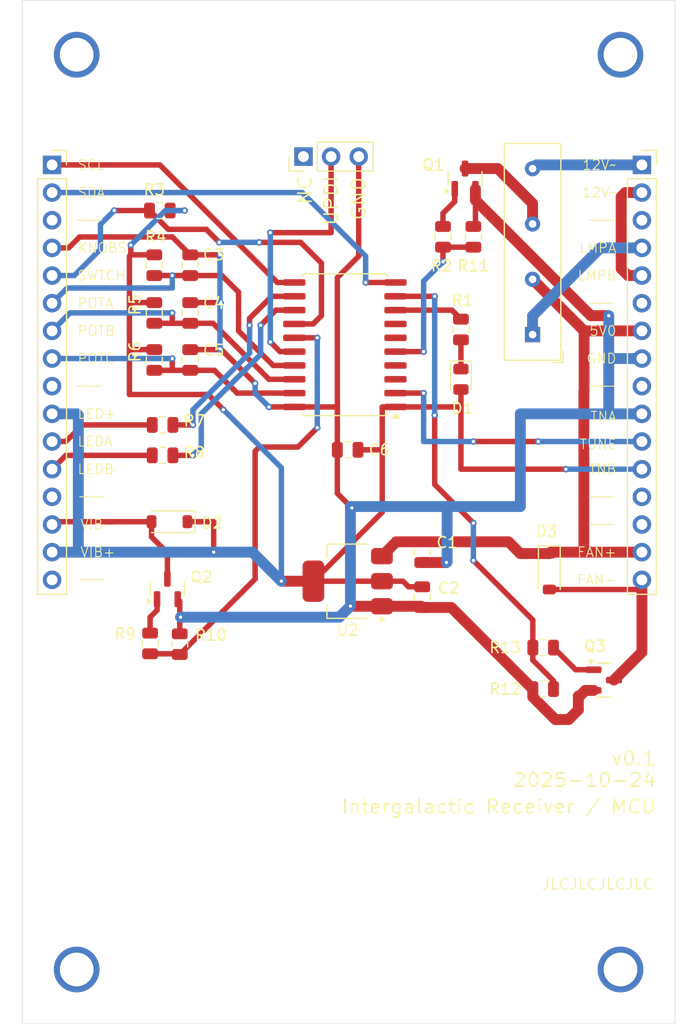
<source format=kicad_pcb>
(kicad_pcb (version 20240108) (generator "pcbnew") (generator_version "8.0")
  (layers (0 "F.Cu" signal) (31 "B.Cu" signal) (34 "B.Paste" user) (35 "F.Paste" user) (36 "B.SilkS" user "B.Silkscreen") (37 "F.SilkS" user "F.Silkscreen") (38 "B.Mask" user) (39 "F.Mask" user) (44 "Edge.Cuts" user))
  (net 0 "")
  (net 1 "5V0")
  (net 2 "GND")
  (net 3 "3V3")
  (net 4 "KNOB-A")
  (net 5 "KNOB-B")
  (net 6 "KNOB-C")
  (net 7 "Net-(D1-K)")
  (net 8 "VIBE-")
  (net 9 "12V-A")
  (net 11 "12V-B")
  (net 12 "TUNE-VAL")
  (net 15 "LIGHT-A")
  (net 19 "LED-B")
  (net 21 "LED-A")
  (net 22 "RASPI-SDA")
  (net 24 "KNOB-SWITCH")
  (net 25 "RASPI-SCL")
  (net 28 "UPDI")
  (net 29 "Net-(Q1-D)")
  (net 30 "Net-(Q1-G)")
  (net 31 "Net-(Q2-G)")
  (net 32 "BUILTIN-LED")
  (net 33 "CTRL-LIGHT")
  (net 34 "CTRL-LED-A")
  (net 35 "CTRL-LED-B")
  (net 36 "CTRL-VIBE")
  (net 41 "FAN-")
  (net 42 "Net-(Q3-G)")
  (net 43 "CTRL-FAN")
  (footprint "Capacitor_SMD:C_0805_2012Metric" (layer "F.Cu") (at 72.644 59.309)
    (property "Reference" "R3")
    (property "Value" "10k")
  )
  (footprint "Capacitor_SMD:C_0805_2012Metric" (layer "F.Cu") (at 96.774 90.678 -90)
    (property "Reference" "C1")
    (property "Value" "10uF")
  )
  (footprint "Capacitor_SMD:C_0805_2012Metric" (layer "F.Cu") (at 74.478 99.126001 -90)
    (property "Reference" "R10")
    (property "Value" "10k")
  )
  (footprint "LED_SMD:LED_0805_2012Metric" (layer "F.Cu") (at 100.33 74.803 -90)
    (property "Reference" "D1")
    (property "Value" "LED")
  )
  (footprint "Capacitor_SMD:C_0805_2012Metric" (layer "F.Cu") (at 72.136 68.712002 90)
    (property "Reference" "R5")
    (property "Value" "10k")
  )
  (footprint "Package_SO:SOIC-20W_7.5x12.8mm_P1.27mm" (layer "F.Cu") (at 89.662 71.628 180)
    (property "Reference" "U1" (hide yes))
    (property "Value" "ATtiny3216-S")
  )
  (footprint "" (layer "F.Cu") (at 115 45)
    (property "Reference" "")
    (property "Value" "")
  )
  (footprint "Capacitor_SMD:C_0805_2012Metric" (layer "F.Cu") (at 72.898 81.788)
    (property "Reference" "R8")
    (property "Value" "330")
  )
  (footprint "Connector_PinSocket_2.54mm:PinSocket_1x16_P2.54mm_Vertical" (layer "F.Cu") (at 62.738 55.118)
    (property "Reference" "J2" (hide yes))
    (property "Value" "Conn_01x16")
  )
  (footprint "Capacitor_SMD:C_0805_2012Metric" (layer "F.Cu") (at 75.438 73.030002 90)
    (property "Reference" "C5")
    (property "Value" "100nF")
  )
  (footprint "Capacitor_SMD:C_0805_2012Metric" (layer "F.Cu") (at 72.136 73.030002 90)
    (property "Reference" "R6")
    (property "Value" "10k")
  )
  (footprint "" (layer "F.Cu") (at 115 129)
    (property "Reference" "")
    (property "Value" "")
  )
  (footprint "" (layer "F.Cu") (at 65 129)
    (property "Reference" "")
    (property "Value" "")
  )
  (footprint "Package_TO_SOT_SMD:SOT-23" (layer "F.Cu") (at 73.34 94.0585 90)
    (property "Reference" "Q2")
    (property "Value" "2N7002")
  )
  (footprint "" (layer "F.Cu") (at 65 45)
    (property "Reference" "")
    (property "Value" "")
  )
  (footprint "Capacitor_SMD:C_0805_2012Metric" (layer "F.Cu") (at 71.75 99.06 90)
    (property "Reference" "R9")
    (property "Value" "200")
  )
  (footprint "Diode_SMD:D_SOD-123" (layer "F.Cu") (at 73.533 87.884 180)
    (property "Reference" "D2")
    (property "Value" "MBR0520")
  )
  (footprint "Diode_SMD:D_SOD-123" (layer "F.Cu") (at 108.458 92.456 -90)
    (property "Reference" "D3")
    (property "Value" "MBR0520")
  )
  (footprint "Capacitor_SMD:C_0805_2012Metric" (layer "F.Cu") (at 72.898 78.994)
    (property "Reference" "R7")
    (property "Value" "330")
  )
  (footprint "Capacitor_SMD:C_0805_2012Metric" (layer "F.Cu") (at 101.473 61.722 -90)
    (property "Reference" "R11")
    (property "Value" "10k")
  )
  (footprint "Capacitor_SMD:C_0805_2012Metric" (layer "F.Cu") (at 72.136 64.328001 90)
    (property "Reference" "R4")
    (property "Value" "10k")
  )
  (footprint "Package_TO_SOT_SMD:SOT-23" (layer "F.Cu") (at 113.4645 102.423)
    (property "Reference" "Q3")
    (property "Value" "2N7002")
  )
  (footprint "Capacitor_SMD:C_0805_2012Metric" (layer "F.Cu") (at 75.438 64.328001 90)
    (property "Reference" "C3")
    (property "Value" "100nF")
  )
  (footprint "Capacitor_SMD:C_0805_2012Metric" (layer "F.Cu") (at 89.916 81.28 180)
    (property "Reference" "C6")
    (property "Value" "100nF")
  )
  (footprint "Capacitor_SMD:C_0805_2012Metric" (layer "F.Cu") (at 107.889 103.251)
    (property "Reference" "R12")
    (property "Value" "10k")
  )
  (footprint "Connector_PinSocket_2.54mm:PinSocket_1x16_P2.54mm_Vertical" (layer "F.Cu") (at 116.967 55.118)
    (property "Reference" "J1" (hide yes))
    (property "Value" "Conn_01x16")
  )
  (footprint "Package_TO_SOT_SMD:SOT-223-3_TabPin2" (layer "F.Cu") (at 89.916 93.345 180)
    (property "Reference" "U2")
    (property "Value" "TS1117-3.3")
  )
  (footprint "Capacitor_SMD:C_0805_2012Metric" (layer "F.Cu") (at 75.438 68.712002 90)
    (property "Reference" "C4")
    (property "Value" "100nF")
  )
  (footprint "Relay_THT:Relay_SPST_StandexMeder_SIL_Form1A" (layer "F.Cu") (at 106.9165 70.7015 90)
    (property "Reference" "K1" (hide yes))
    (property "Value" "CO 3570.1331.053")
  )
  (footprint "Capacitor_SMD:C_0805_2012Metric" (layer "F.Cu") (at 96.774 94.808001 -90)
    (property "Reference" "C2")
    (property "Value" "10uF")
  )
  (footprint "Capacitor_SMD:C_0805_2012Metric" (layer "F.Cu") (at 107.888999 99.441)
    (property "Reference" "R13")
    (property "Value" "200")
  )
  (footprint "Connector_PinHeader_2.54mm:PinHeader_1x03_P2.54mm_Vertical" (layer "F.Cu") (at 85.852 54.356 90)
    (property "Reference" "J3" (hide yes))
    (property "Value" "Conn_01x03")
  )
  (footprint "Capacitor_SMD:C_0805_2012Metric" (layer "F.Cu") (at 98.679 61.722 90)
    (property "Reference" "R2")
    (property "Value" "200")
  )
  (footprint "Package_TO_SOT_SMD:SOT-23" (layer "F.Cu") (at 100.711 56.388 90)
    (property "Reference" "Q1")
    (property "Value" "2N7002")
  )
  (footprint "Capacitor_SMD:C_0805_2012Metric" (layer "F.Cu") (at 100.33 70.230999 90)
    (property "Reference" "R1")
    (property "Value" "1k")
  )
  (gr_line (start 112.141 75.438) (end 114.427 75.438) (stroke (width 0.09)) (layer "F.SilkS"))
  (gr_line (start 112.141 88.138) (end 114.427 88.138) (stroke (width 0.09)) (layer "F.SilkS"))
  (gr_line (start 65.024 75.438) (end 67.31 75.438) (stroke (width 0.09)) (layer "F.SilkS"))
  (gr_line (start 65.278 93.218) (end 67.564 93.218) (stroke (width 0.09)) (layer "F.SilkS"))
  (gr_line (start 65.278 85.598) (end 67.564 85.598) (stroke (width 0.09)) (layer "F.SilkS"))
  (gr_line (start 112.141 60.198) (end 114.427 60.198) (stroke (width 0.09)) (layer "F.SilkS"))
  (gr_line (start 112.141 67.818) (end 114.427 67.818) (stroke (width 0.09)) (layer "F.SilkS"))
  (gr_line (start 65.024 60.198) (end 67.31 60.198) (stroke (width 0.09)) (layer "F.SilkS"))
  (gr_line (start 112.141 85.598) (end 114.427 85.598) (stroke (width 0.09)) (layer "F.SilkS"))
  (gr_line (start 120 40) (end 60 40) (stroke (width 0.05)) (layer "Edge.Cuts"))
  (gr_line (start 60 134) (end 120 134) (stroke (width 0.05)) (layer "Edge.Cuts"))
  (gr_line (start 60 40) (end 60 134) (stroke (width 0.05)) (layer "Edge.Cuts"))
  (gr_line (start 120 134) (end 120 40) (stroke (width 0.05)) (layer "Edge.Cuts"))
  (gr_text "VIB+" (at 65.278 90.678 0) (layer "F.SilkS") (effects (font (size 0.9 0.9) (thickness 0.09)) (justify left)))
  (gr_text "12V~" (at 114.681 55.118 0) (layer "F.SilkS") (effects (font (size 0.9 0.9) (thickness 0.09)) (justify right)))
  (gr_text "v0.1\n2025-10-24" (at 118.364 110.617 0) (layer "F.SilkS") (effects (font (size 1.23 1.3)) (justify right)))
  (gr_text "POTB" (at 65.024 70.358 0) (layer "F.SilkS") (effects (font (size 0.9 0.9) (thickness 0.09)) (justify left)))
  (gr_text "TUNE" (at 114.681 80.772 0) (layer "F.SilkS") (effects (font (size 0.9 0.9) (thickness 0.09)) (justify right)))
  (gr_text "5V0" (at 114.681 70.358 0) (layer "F.SilkS") (effects (font (size 0.9 0.9) (thickness 0.09)) (justify right)))
  (gr_text "TNA" (at 114.681 78.232 0) (layer "F.SilkS") (effects (font (size 0.9 0.9) (thickness 0.09)) (justify right)))
  (gr_text "LEDB" (at 65.024 83.058 0) (layer "F.SilkS") (effects (font (size 0.9 0.9) (thickness 0.09)) (justify left)))
  (gr_text "FAN+" (at 114.681 90.678 0) (layer "F.SilkS") (effects (font (size 0.9 0.9) (thickness 0.09)) (justify right)))
  (gr_text "LED+" (at 65.024 77.978 0) (layer "F.SilkS") (effects (font (size 0.9 0.9) (thickness 0.09)) (justify left)))
  (gr_text "LMPA" (at 114.681 62.738 0) (layer "F.SilkS") (effects (font (size 0.9 0.9) (thickness 0.09)) (justify right)))
  (gr_text "FAN-" (at 114.681 93.218 0) (layer "F.SilkS") (effects (font (size 0.9 0.9) (thickness 0.09)) (justify right)))
  (gr_text "POTC" (at 65.024 72.898 0) (layer "F.SilkS") (effects (font (size 0.9 0.9) (thickness 0.09)) (justify left)))
  (gr_text "GND" (at 90.932 56.134 90) (layer "F.SilkS") (effects (font (size 1.23 1.3)) (justify right)))
  (gr_text "KNOBS" (at 65.024 62.738 0) (layer "F.SilkS") (effects (font (size 0.9 0.9) (thickness 0.09)) (justify left)))
  (gr_text "VIB-" (at 65.278 88.138 0) (layer "F.SilkS") (effects (font (size 0.9 0.9) (thickness 0.09)) (justify left)))
  (gr_text "12V~" (at 114.681 57.658 0) (layer "F.SilkS") (effects (font (size 0.9 0.9) (thickness 0.09)) (justify right)))
  (gr_text "Intergalactic Receiver / MCU" (at 118.364 114.046 0) (layer "F.SilkS") (effects (font (size 1.23 1.3)) (justify right)))
  (gr_text "LEDA" (at 65.024 80.518 0) (layer "F.SilkS") (effects (font (size 0.9 0.9) (thickness 0.09)) (justify left)))
  (gr_text "NC" (at 85.979 56.007 90) (layer "F.SilkS") (effects (font (size 1.23 1.3)) (justify right)))
  (gr_text "POTA" (at 65.024 67.818 0) (layer "F.SilkS") (effects (font (size 0.9 0.9) (thickness 0.09)) (justify left)))
  (gr_text "SDA" (at 65.024 57.658 0) (layer "F.SilkS") (effects (font (size 0.9 0.9) (thickness 0.09)) (justify left)))
  (gr_text "LMPB" (at 114.681 65.278 0) (layer "F.SilkS") (effects (font (size 0.9 0.9) (thickness 0.09)) (justify right)))
  (gr_text "TNB" (at 114.681 83.058 0) (layer "F.SilkS") (effects (font (size 0.9 0.9) (thickness 0.09)) (justify right)))
  (gr_text "UPDI" (at 88.392 56.007 90) (layer "F.SilkS") (effects (font (size 1.23 1.3)) (justify right)))
  (gr_text "SCL" (at 65.024 55.118 0) (layer "F.SilkS") (effects (font (size 0.9 0.9) (thickness 0.09)) (justify left)))
  (gr_text "JLCJLCJLCJLC" (at 118.11 121.158 0) (layer "F.SilkS") (effects (font (size 1 1) (thickness 0.1)) (justify right)))
  (gr_text "GND" (at 114.681 72.898 0) (layer "F.SilkS") (effects (font (size 0.9 0.9) (thickness 0.09)) (justify right)))
  (gr_text "SWTCH" (at 65.024 65.278 0) (layer "F.SilkS") (effects (font (size 0.9 0.9) (thickness 0.09)) (justify left)))
  (segment (start 116.967 90.678) (end 111.76 90.678) (width 1) (layer "F.Cu") (net 1))
  (segment (start 105.786998 90.806) (end 108.458 90.806) (width 1) (layer "F.Cu") (net 1))
  (segment (start 104.708999 89.728001) (end 105.786998 90.806) (width 1) (layer "F.Cu") (net 1))
  (segment (start 111.633 90.551) (end 111.76 90.678) (width 1) (layer "F.Cu") (net 1))
  (segment (start 111.652999 70.358) (end 116.967 70.358) (width 1) (layer "F.Cu") (net 1))
  (segment (start 96.774 89.728001) (end 94.382999 89.728001) (width 1) (layer "F.Cu") (net 1))
  (segment (start 108.586 90.678) (end 108.458 90.806) (width 1) (layer "F.Cu") (net 1))
  (segment (start 116.713 70.612) (end 116.967 70.358) (width 1) (layer "F.Cu") (net 1))
  (segment (start 94.382999 89.728001) (end 93.066 91.045) (width 1) (layer "F.Cu") (net 1))
  (segment (start 96.774 89.728001) (end 104.708999 89.728001) (width 1) (layer "F.Cu") (net 1))
  (segment (start 111.76 90.678) (end 108.586 90.678) (width 1) (layer "F.Cu") (net 1))
  (segment (start 106.9165 65.621501) (end 111.652999 70.358) (width 1) (layer "F.Cu") (net 1))
  (segment (start 111.633 82.169) (end 111.633 90.551) (width 1) (layer "F.Cu") (net 1))
  (segment (start 111.652999 70.358) (end 111.652999 75.926001) (width 1) (layer "F.Cu") (net 1))
  (segment (start 111.652999 75.926001) (end 111.633 75.946) (width 1) (layer "F.Cu") (net 1))
  (segment (start 111.633 82.169) (end 111.633 75.946) (width 1) (layer "F.Cu") (net 1))
  (segment (start 73.793998 61.734) (end 65.266 61.734) (width 0.5) (layer "F.Cu") (net 2))
  (segment (start 90.931999 54.356) (end 90.931999 56.769001) (width 0.5) (layer "F.Cu") (net 2))
  (segment (start 78.232 67.818) (end 78.176003 67.762003) (width 0.5) (layer "F.Cu") (net 2))
  (segment (start 101.661 58.354) (end 101.661 57.3255) (width 1) (layer "F.Cu") (net 2))
  (segment (start 88.966001 81.28) (end 88.966001 79.187001) (width 0.5) (layer "F.Cu") (net 2))
  (segment (start 96.661 95.645) (end 96.774 95.758) (width 1) (layer "F.Cu") (net 2))
  (segment (start 90.931999 56.769001) (end 90.932 56.769002) (width 0.5) (layer "F.Cu") (net 2))
  (segment (start 82.677 77.343) (end 85.012 77.343) (width 0.5) (layer "F.Cu") (net 2))
  (segment (start 101.661 58.166) (end 101.661 60.584001) (width 0.5) (layer "F.Cu") (net 2))
  (segment (start 111.125 103.886) (end 111.252 103.886) (width 1) (layer "F.Cu") (net 2))
  (segment (start 93.066 95.645) (end 96.661 95.645) (width 1) (layer "F.Cu") (net 2))
  (segment (start 93.066 95.645) (end 90.184 95.645) (width 1) (layer "F.Cu") (net 2))
  (segment (start 113.919 68.961) (end 112.268 68.961) (width 1) (layer "F.Cu") (net 2))
  (segment (start 88.966001 85.283001) (end 90.297 86.614) (width 0.5) (layer "F.Cu") (net 2))
  (segment (start 77.978 63.373) (end 77.47 63.373) (width 0.5) (layer "F.Cu") (net 2))
  (segment (start 78.176003 72.080003) (end 75.438 72.080003) (width 0.5) (layer "F.Cu") (net 2))
  (segment (start 112.268 68.961) (end 101.661 58.354) (width 1) (layer "F.Cu") (net 2))
  (segment (start 99.06 91.567) (end 98.999001 91.627999) (width 1) (layer "F.Cu") (net 2))
  (segment (start 106.939 103.251) (end 99.446 95.758) (width 1) (layer "F.Cu") (net 2))
  (segment (start 96.774 91.627999) (end 98.999001 91.627999) (width 1) (layer "F.Cu") (net 2))
  (segment (start 74.478 95.184) (end 74.29 94.996) (width 0.5) (layer "F.Cu") (net 2))
  (segment (start 74.478 98.176002) (end 74.478 95.184) (width 0.5) (layer "F.Cu") (net 2))
  (segment (start 111.252 103.886) (end 111.765 103.373) (width 1) (layer "F.Cu") (net 2))
  (segment (start 87.122 77.343) (end 88.712001 77.343) (width 0.5) (layer "F.Cu") (net 2))
  (segment (start 75.438 63.378002) (end 73.793998 61.734) (width 0.5) (layer "F.Cu") (net 2))
  (segment (start 111.765 103.373) (end 112.527 103.373) (width 1) (layer "F.Cu") (net 2))
  (segment (start 111.125 105.156) (end 111.125 103.886) (width 1) (layer "F.Cu") (net 2))
  (segment (start 87.122 77.343) (end 85.012 77.343) (width 0.5) (layer "F.Cu") (net 2))
  (segment (start 106.939 103.976) (end 109.008 106.045) (width 1) (layer "F.Cu") (net 2))
  (segment (start 88.966001 78.105) (end 88.966001 65.465999) (width 0.5) (layer "F.Cu") (net 2))
  (segment (start 78.176003 67.762003) (end 75.438 67.762003) (width 0.5) (layer "F.Cu") (net 2))
  (segment (start 65.266 61.734) (end 64.262 62.738) (width 0.5) (layer "F.Cu") (net 2))
  (segment (start 77.464998 63.378002) (end 75.438 63.378002) (width 0.5) (layer "F.Cu") (net 2))
  (segment (start 88.966001 81.28) (end 88.966001 85.283001) (width 0.5) (layer "F.Cu") (net 2))
  (segment (start 78.176003 63.571003) (end 77.978 63.373) (width 0.5) (layer "F.Cu") (net 2))
  (segment (start 110.236 106.045) (end 111.125 105.156) (width 1) (layer "F.Cu") (net 2))
  (segment (start 78.176003 72.080003) (end 78.176003 72.009) (width 0.5) (layer "F.Cu") (net 2))
  (segment (start 109.008 106.045) (end 110.236 106.045) (width 1) (layer "F.Cu") (net 2))
  (segment (start 78.176003 72.009) (end 78.232 72.009) (width 0.5) (layer "F.Cu") (net 2))
  (segment (start 90.932 63.5) (end 89.154 65.278) (width 0.5) (layer "F.Cu") (net 2))
  (segment (start 78.176003 67.873997) (end 78.232 67.818) (width 0.5) (layer "F.Cu") (net 2))
  (segment (start 90.184 95.645) (end 90.17 95.631) (width 1) (layer "F.Cu") (net 2))
  (segment (start 106.939 103.251) (end 106.939 103.976) (width 1) (layer "F.Cu") (net 2))
  (segment (start 64.262 62.738) (end 62.738 62.738) (width 0.5) (layer "F.Cu") (net 2))
  (segment (start 88.966001 77.089) (end 88.966001 78.105) (width 0.5) (layer "F.Cu") (net 2))
  (segment (start 99.446 95.758) (end 96.774 95.758) (width 1) (layer "F.Cu") (net 2))
  (segment (start 88.966001 78.105) (end 88.966001 79.187001) (width 0.5) (layer "F.Cu") (net 2))
  (segment (start 77.47 63.373) (end 77.464998 63.378002) (width 0.5) (layer "F.Cu") (net 2))
  (segment (start 90.932 56.769002) (end 90.932 63.5) (width 0.5) (layer "F.Cu") (net 2))
  (segment (start 88.966001 65.465999) (end 89.154 65.278) (width 0.5) (layer "F.Cu") (net 2))
  (segment (start 78.232 72.009) (end 81.407 75.184) (width 0.5) (layer "F.Cu") (net 2))
  (via (at 81.407 75.184) (size 0.6) (drill 0.3) (layers "F.Cu" "B.Cu") (net 2))
  (via (at 90.297 86.614) (size 0.6) (drill 0.3) (layers "F.Cu" "B.Cu") (net 2))
  (via (at 78.176003 72.009) (size 0.6) (drill 0.3) (layers "F.Cu" "B.Cu") (net 2))
  (via (at 78.176003 63.373) (size 0.6) (drill 0.3) (layers "F.Cu" "B.Cu") (net 2))
  (via (at 82.677 77.343) (size 0.6) (drill 0.3) (layers "F.Cu" "B.Cu") (net 2))
  (via (at 113.919 68.961) (size 0.6) (drill 0.3) (layers "F.Cu" "B.Cu") (net 2))
  (via (at 98.999001 91.627999) (size 0.6) (drill 0.3) (layers "F.Cu" "B.Cu") (net 2))
  (via (at 78.232 67.818) (size 0.6) (drill 0.3) (layers "F.Cu" "B.Cu") (net 2))
  (via (at 90.17 95.631) (size 0.6) (drill 0.3) (layers "F.Cu" "B.Cu") (net 2))
  (via (at 74.549 96.647) (size 0.6) (drill 0.3) (layers "F.Cu" "B.Cu") (net 2))
  (segment (start 81.407 76.073) (end 82.677 77.343) (width 0.5) (layer "B.Cu") (net 2))
  (segment (start 99.06 91.567) (end 99.06 86.487) (width 1) (layer "B.Cu") (net 2))
  (segment (start 78.176003 72.009) (end 78.176003 72.080003) (width 0.5) (layer "B.Cu") (net 2))
  (segment (start 114.173 72.898) (end 113.919 73.152) (width 0.5) (layer "B.Cu") (net 2))
  (segment (start 78.176003 72.009) (end 78.176003 67.873997) (width 0.5) (layer "B.Cu") (net 2))
  (segment (start 99.06 86.487) (end 105.791 86.487) (width 1) (layer "B.Cu") (net 2))
  (segment (start 105.791 77.978) (end 113.919 77.978) (width 1) (layer "B.Cu") (net 2))
  (segment (start 90.17 95.631) (end 89.154 96.647) (width 1) (layer "B.Cu") (net 2))
  (segment (start 81.407 75.184) (end 81.407 76.073) (width 0.5) (layer "B.Cu") (net 2))
  (segment (start 98.999001 91.627999) (end 99.06 91.567) (width 1) (layer "B.Cu") (net 2))
  (segment (start 116.967 72.898) (end 114.173 72.898) (width 1) (layer "B.Cu") (net 2))
  (segment (start 89.154 96.647) (end 74.549 96.647) (width 1) (layer "B.Cu") (net 2))
  (segment (start 116.967 77.978) (end 113.919 77.978) (width 1) (layer "B.Cu") (net 2))
  (segment (start 99.06 86.487) (end 90.17 86.487) (width 1) (layer "B.Cu") (net 2))
  (segment (start 113.919 73.152) (end 113.919 76.454) (width 1) (layer "B.Cu") (net 2))
  (segment (start 113.919 77.978) (end 113.919 76.454) (width 1) (layer "B.Cu") (net 2))
  (segment (start 78.176003 64.897) (end 78.176003 63.571003) (width 0.5) (layer "B.Cu") (net 2))
  (segment (start 90.17 86.487) (end 90.17 95.631) (width 1) (layer "B.Cu") (net 2))
  (segment (start 78.176003 67.762003) (end 78.176003 64.897) (width 0.5) (layer "B.Cu") (net 2))
  (segment (start 105.791 86.487) (end 105.791 77.978) (width 1) (layer "B.Cu") (net 2))
  (segment (start 113.919 68.961) (end 113.919 73.152) (width 1) (layer "B.Cu") (net 2))
  (segment (start 72.136 72.080003) (end 70.048003 72.080003) (width 0.5) (layer "F.Cu") (net 3))
  (segment (start 69.921003 67.762003) (end 69.85 67.691) (width 0.5) (layer "F.Cu") (net 3))
  (segment (start 75.183 87.884) (end 77.597 87.884) (width 0.5) (layer "F.Cu") (net 3))
  (segment (start 100.33 83.058) (end 109.982 83.058) (width 0.5) (layer "F.Cu") (net 3))
  (segment (start 93.065999 93.345) (end 94.996 93.345) (width 0.5) (layer "F.Cu") (net 3))
  (segment (start 72.136 67.762003) (end 69.921003 67.762003) (width 0.5) (layer "F.Cu") (net 3))
  (segment (start 94.312 77.343) (end 100.33 77.343) (width 0.5) (layer "F.Cu") (net 3))
  (segment (start 93.091 77.343) (end 93.091 81.153) (width 0.5) (layer "F.Cu") (net 3))
  (segment (start 73.594 59.309) (end 74.93 59.309) (width 0.5) (layer "F.Cu") (net 3))
  (segment (start 93.091 81.153) (end 93.091 87.020001) (width 0.5) (layer "F.Cu") (net 3))
  (segment (start 69.977 63.373) (end 70.358 63.373) (width 0.5) (layer "F.Cu") (net 3))
  (segment (start 100.33 77.343) (end 100.33 83.058) (width 0.5) (layer "F.Cu") (net 3))
  (segment (start 92.964 81.28) (end 93.091 81.153) (width 0.5) (layer "F.Cu") (net 3))
  (segment (start 70.358 63.373) (end 70.363002 63.378002) (width 0.5) (layer "F.Cu") (net 3))
  (segment (start 77.597 87.884) (end 77.597 90.678) (width 0.5) (layer "F.Cu") (net 3))
  (segment (start 69.85 71.882) (end 69.85 67.691) (width 0.5) (layer "F.Cu") (net 3))
  (segment (start 94.312 77.343) (end 93.091 77.343) (width 0.5) (layer "F.Cu") (net 3))
  (segment (start 93.065999 93.345) (end 86.766001 93.345) (width 0.5) (layer "F.Cu") (net 3))
  (segment (start 94.996 93.345) (end 95.509002 93.858002) (width 0.5) (layer "F.Cu") (net 3))
  (segment (start 95.509002 93.858002) (end 96.774 93.858002) (width 0.5) (layer "F.Cu") (net 3))
  (segment (start 78.486 77.597) (end 77.089 76.2) (width 0.5) (layer "F.Cu") (net 3))
  (segment (start 69.85 63.5) (end 69.977 63.373) (width 0.5) (layer "F.Cu") (net 3))
  (segment (start 90.865999 81.28) (end 92.964 81.28) (width 0.5) (layer "F.Cu") (net 3))
  (segment (start 93.091 87.020001) (end 86.766001 93.345) (width 0.5) (layer "F.Cu") (net 3))
  (segment (start 70.048003 72.080003) (end 69.85 71.882) (width 0.5) (layer "F.Cu") (net 3))
  (segment (start 69.977 63.373) (end 69.977 62.484) (width 0.5) (layer "F.Cu") (net 3))
  (segment (start 69.85 67.691) (end 69.85 63.5) (width 0.5) (layer "F.Cu") (net 3))
  (segment (start 70.363002 63.378002) (end 72.136 63.378002) (width 0.5) (layer "F.Cu") (net 3))
  (segment (start 77.089 76.2) (end 69.85 76.2) (width 0.5) (layer "F.Cu") (net 3))
  (segment (start 83.82 93.345) (end 86.766001 93.345) (width 1) (layer "F.Cu") (net 3))
  (segment (start 69.85 76.2) (end 69.85 71.882) (width 0.5) (layer "F.Cu") (net 3))
  (segment (start 100.33 75.752999) (end 100.33 77.343) (width 0.5) (layer "F.Cu") (net 3))
  (via (at 78.486 77.597) (size 0.6) (drill 0.3) (layers "F.Cu" "B.Cu") (net 3))
  (via (at 83.82 93.345) (size 0.6) (drill 0.3) (layers "F.Cu" "B.Cu") (net 3))
  (via (at 109.982 83.058) (size 0.6) (drill 0.3) (layers "F.Cu" "B.Cu") (net 3))
  (via (at 77.597 90.678) (size 0.6) (drill 0.3) (layers "F.Cu" "B.Cu") (net 3))
  (via (at 74.93 59.309) (size 0.6) (drill 0.3) (layers "F.Cu" "B.Cu") (net 3))
  (via (at 69.977 62.484) (size 0.6) (drill 0.3) (layers "F.Cu" "B.Cu") (net 3))
  (segment (start 109.982 83.058) (end 116.967 83.058) (width 0.5) (layer "B.Cu") (net 3))
  (segment (start 83.82 93.345) (end 83.82 82.931) (width 0.5) (layer "B.Cu") (net 3))
  (segment (start 65.024 77.978) (end 62.738 77.978) (width 1) (layer "B.Cu") (net 3))
  (segment (start 73.152 59.309) (end 74.93 59.309) (width 0.5) (layer "B.Cu") (net 3))
  (segment (start 65.151 90.678) (end 81.153 90.678) (width 1) (layer "B.Cu") (net 3))
  (segment (start 65.151 78.105) (end 65.024 77.978) (width 1) (layer "B.Cu") (net 3))
  (segment (start 65.151 90.678) (end 65.151 78.105) (width 1) (layer "B.Cu") (net 3))
  (segment (start 83.82 82.931) (end 78.486 77.597) (width 0.5) (layer "B.Cu") (net 3))
  (segment (start 62.738 90.678) (end 65.151 90.678) (width 1) (layer "B.Cu") (net 3))
  (segment (start 69.977 62.484) (end 73.152 59.309) (width 0.5) (layer "B.Cu") (net 3))
  (segment (start 81.153 90.678) (end 83.82 93.345) (width 1) (layer "B.Cu") (net 3))
  (segment (start 78.359 65.278) (end 79.883 66.802) (width 0.5) (layer "F.Cu") (net 4))
  (segment (start 72.136 65.278) (end 73.787 65.278) (width 0.5) (layer "F.Cu") (net 4))
  (segment (start 73.787 65.278) (end 75.438 65.278) (width 0.5) (layer "F.Cu") (net 4))
  (segment (start 79.883 66.802) (end 79.883 70.358) (width 0.5) (layer "F.Cu") (net 4))
  (segment (start 75.438 65.278) (end 78.359 65.278) (width 0.5) (layer "F.Cu") (net 4))
  (segment (start 79.883 70.358) (end 83.058 73.533) (width 0.5) (layer "F.Cu") (net 4))
  (segment (start 83.058 73.533) (end 85.012 73.533) (width 0.5) (layer "F.Cu") (net 4))
  (via (at 73.787 65.278) (size 0.6) (drill 0.3) (layers "F.Cu" "B.Cu") (net 4))
  (segment (start 62.738 67.818) (end 64.135 66.421) (width 0.5) (layer "B.Cu") (net 4))
  (segment (start 64.135 66.421) (end 73.787 66.421) (width 0.5) (layer "B.Cu") (net 4))
  (segment (start 73.787 66.421) (end 73.787 65.278) (width 0.5) (layer "B.Cu") (net 4))
  (segment (start 75.438 69.662001) (end 77.536001 69.662001) (width 0.5) (layer "F.Cu") (net 5))
  (segment (start 73.787 68.707) (end 73.787 69.535001) (width 0.5) (layer "F.Cu") (net 5))
  (segment (start 77.536001 69.662001) (end 82.677 74.803) (width 0.5) (layer "F.Cu") (net 5))
  (segment (start 72.136 69.662001) (end 73.66 69.662001) (width 0.5) (layer "F.Cu") (net 5))
  (segment (start 73.787 69.535001) (end 73.66 69.662001) (width 0.5) (layer "F.Cu") (net 5))
  (segment (start 73.66 69.662001) (end 75.438 69.662001) (width 0.5) (layer "F.Cu") (net 5))
  (segment (start 82.677 74.803) (end 85.011999 74.803) (width 0.5) (layer "F.Cu") (net 5))
  (via (at 73.787 68.707) (size 0.6) (drill 0.3) (layers "F.Cu" "B.Cu") (net 5))
  (segment (start 64.389 68.707) (end 73.787 68.707) (width 0.5) (layer "B.Cu") (net 5))
  (segment (start 62.738 70.358) (end 64.389 68.707) (width 0.5) (layer "B.Cu") (net 5))
  (segment (start 77.663001 73.980001) (end 79.756 76.073) (width 0.5) (layer "F.Cu") (net 6))
  (segment (start 72.136 73.980001) (end 73.914 73.980001) (width 0.5) (layer "F.Cu") (net 6))
  (segment (start 73.787 72.898) (end 73.787 73.853001) (width 0.5) (layer "F.Cu") (net 6))
  (segment (start 73.914 73.980001) (end 75.438 73.980001) (width 0.5) (layer "F.Cu") (net 6))
  (segment (start 75.438 73.980001) (end 77.663001 73.980001) (width 0.5) (layer "F.Cu") (net 6))
  (segment (start 73.787 73.853001) (end 73.914 73.980001) (width 0.5) (layer "F.Cu") (net 6))
  (segment (start 79.756 76.073) (end 85.012 76.073) (width 0.5) (layer "F.Cu") (net 6))
  (via (at 73.787 72.898) (size 0.6) (drill 0.3) (layers "F.Cu" "B.Cu") (net 6))
  (segment (start 62.738 72.898) (end 73.787 72.898) (width 0.5) (layer "B.Cu") (net 6))
  (segment (start 100.33 71.180998) (end 100.33 73.853001) (width 0.5) (layer "F.Cu") (net 7))
  (segment (start 71.883 87.884) (end 62.992 87.884) (width 0.5) (layer "F.Cu") (net 8))
  (segment (start 62.992 87.884) (end 62.738 88.138) (width 0.5) (layer "F.Cu") (net 8))
  (segment (start 73.34 90.739) (end 71.883 89.282) (width 0.5) (layer "F.Cu") (net 8))
  (segment (start 73.34 93.120999) (end 73.34 90.739) (width 0.5) (layer "F.Cu") (net 8))
  (segment (start 71.883 89.282) (end 71.883 87.884) (width 0.5) (layer "F.Cu") (net 8))
  (segment (start 116.967 55.118) (end 107.26 55.118) (width 1) (layer "B.Cu") (net 9))
  (segment (start 107.26 55.118) (end 106.9165 55.4615) (width 1) (layer "B.Cu") (net 9))
  (segment (start 115.062 64.643) (end 115.062 58.039) (width 1) (layer "F.Cu") (net 11))
  (segment (start 116.967 65.278) (end 115.697 65.278) (width 1) (layer "F.Cu") (net 11))
  (segment (start 115.062 58.039) (end 115.443 57.658) (width 1) (layer "F.Cu") (net 11))
  (segment (start 115.443 57.658) (end 116.967 57.658) (width 1) (layer "F.Cu") (net 11))
  (segment (start 115.697 65.278) (end 115.062 64.643) (width 1) (layer "F.Cu") (net 11))
  (segment (start 96.901 76.073) (end 94.312 76.073) (width 0.5) (layer "F.Cu") (net 12))
  (segment (start 107.442 80.518) (end 101.473 80.518) (width 0.5) (layer "F.Cu") (net 12))
  (via (at 96.901 76.073) (size 0.6) (drill 0.3) (layers "F.Cu" "B.Cu") (net 12))
  (via (at 101.473 80.518) (size 0.6) (drill 0.3) (layers "F.Cu" "B.Cu") (net 12))
  (via (at 107.442 80.518) (size 0.6) (drill 0.3) (layers "F.Cu" "B.Cu") (net 12))
  (segment (start 96.901 80.518) (end 96.901 76.073) (width 0.5) (layer "B.Cu") (net 12))
  (segment (start 101.473 80.518) (end 96.901 80.518) (width 0.5) (layer "B.Cu") (net 12))
  (segment (start 116.967 80.518) (end 107.442 80.518) (width 0.5) (layer "B.Cu") (net 12))
  (segment (start 106.9165 70.7015) (end 106.9165 68.9785) (width 1) (layer "B.Cu") (net 15))
  (segment (start 106.9165 68.9785) (end 113.157 62.738) (width 1) (layer "B.Cu") (net 15))
  (segment (start 113.157 62.738) (end 116.967 62.738) (width 1) (layer "B.Cu") (net 15))
  (segment (start 62.738 83.058) (end 64.008 81.788) (width 0.5) (layer "F.Cu") (net 19))
  (segment (start 64.008 81.788) (end 71.948 81.788) (width 0.5) (layer "F.Cu") (net 19))
  (segment (start 65.532 78.994) (end 71.948 78.994) (width 0.5) (layer "F.Cu") (net 21))
  (segment (start 64.008 80.518) (end 65.532 78.994) (width 0.5) (layer "F.Cu") (net 21))
  (segment (start 62.738 80.518) (end 64.008 80.518) (width 0.5) (layer "F.Cu") (net 21))
  (segment (start 91.567 65.913) (end 94.312 65.913) (width 0.5) (layer "F.Cu") (net 22))
  (via (at 91.567 65.913) (size 0.6) (drill 0.3) (layers "F.Cu" "B.Cu") (net 22))
  (segment (start 62.738 57.658) (end 85.725 57.658) (width 0.5) (layer "B.Cu") (net 22))
  (segment (start 85.725 57.658) (end 91.567 63.5) (width 0.5) (layer "B.Cu") (net 22))
  (segment (start 91.567 63.5) (end 91.567 65.913) (width 0.5) (layer "B.Cu") (net 22))
  (segment (start 86.741 69.723) (end 85.012 69.723) (width 0.5) (layer "F.Cu") (net 24))
  (segment (start 76.909 61.034) (end 78.105 62.23) (width 0.5) (layer "F.Cu") (net 24))
  (segment (start 87.503 64.135) (end 87.503 68.961) (width 0.5) (layer "F.Cu") (net 24))
  (segment (start 85.598 62.23) (end 87.503 64.135) (width 0.5) (layer "F.Cu") (net 24))
  (segment (start 81.788 62.23) (end 85.598 62.23) (width 0.5) (layer "F.Cu") (net 24))
  (segment (start 71.694 59.309) (end 68.453 59.309) (width 0.5) (layer "F.Cu") (net 24))
  (segment (start 71.694 59.309) (end 73.419 61.034) (width 0.5) (layer "F.Cu") (net 24))
  (segment (start 87.503 68.961) (end 86.741 69.723) (width 0.5) (layer "F.Cu") (net 24))
  (segment (start 73.419 61.034) (end 76.909 61.034) (width 0.5) (layer "F.Cu") (net 24))
  (via (at 68.453 59.309) (size 0.6) (drill 0.3) (layers "F.Cu" "B.Cu") (net 24))
  (via (at 78.105 62.23) (size 0.6) (drill 0.3) (layers "F.Cu" "B.Cu") (net 24))
  (via (at 81.788 62.23) (size 0.6) (drill 0.3) (layers "F.Cu" "B.Cu") (net 24))
  (segment (start 67.183 62.865) (end 64.77 65.278) (width 0.5) (layer "B.Cu") (net 24))
  (segment (start 64.77 65.278) (end 62.738 65.278) (width 0.5) (layer "B.Cu") (net 24))
  (segment (start 67.183 60.579) (end 67.183 62.865) (width 0.5) (layer "B.Cu") (net 24))
  (segment (start 78.105 62.23) (end 81.788 62.23) (width 0.5) (layer "B.Cu") (net 24))
  (segment (start 68.453 59.309) (end 67.183 60.579) (width 0.5) (layer "B.Cu") (net 24))
  (segment (start 83.439 65.913) (end 72.644 55.118) (width 0.5) (layer "F.Cu") (net 25))
  (segment (start 85.012 65.913) (end 83.439 65.913) (width 0.5) (layer "F.Cu") (net 25))
  (segment (start 72.644 55.118) (end 62.738 55.118) (width 0.5) (layer "F.Cu") (net 25))
  (segment (start 85.012 72.263) (end 83.693 72.263) (width 0.5) (layer "F.Cu") (net 28))
  (segment (start 88.392 54.356) (end 88.392 61.341) (width 0.5) (layer "F.Cu") (net 28))
  (segment (start 88.392 61.341) (end 82.804 61.341) (width 0.5) (layer "F.Cu") (net 28))
  (segment (start 83.693 72.263) (end 82.804 71.374) (width 0.5) (layer "F.Cu") (net 28))
  (via (at 82.804 71.374) (size 0.6) (drill 0.3) (layers "F.Cu" "B.Cu") (net 28))
  (via (at 82.804 61.341) (size 0.6) (drill 0.3) (layers "F.Cu" "B.Cu") (net 28))
  (segment (start 82.804 71.374) (end 82.804 61.595) (width 0.5) (layer "B.Cu") (net 28))
  (segment (start 106.9165 58.6565) (end 106.9165 60.5415) (width 1) (layer "F.Cu") (net 29))
  (segment (start 100.711 55.450499) (end 103.710499 55.450499) (width 1) (layer "F.Cu") (net 29))
  (segment (start 103.710499 55.450499) (end 106.9165 58.6565) (width 1) (layer "F.Cu") (net 29))
  (segment (start 99.761 58.481) (end 99.761 57.3255) (width 0.5) (layer "F.Cu") (net 30))
  (segment (start 98.679 59.563) (end 99.761 58.481) (width 0.5) (layer "F.Cu") (net 30))
  (segment (start 98.679 60.772001) (end 98.679 59.563) (width 0.5) (layer "F.Cu") (net 30))
  (segment (start 72.39 96.012) (end 71.75 96.652) (width 0.5) (layer "F.Cu") (net 31))
  (segment (start 71.75 96.652) (end 71.75 98.110001) (width 0.5) (layer "F.Cu") (net 31))
  (segment (start 72.39 94.996) (end 72.39 96.012) (width 0.5) (layer "F.Cu") (net 31))
  (segment (start 94.312001 68.453) (end 99.502 68.453) (width 0.5) (layer "F.Cu") (net 32))
  (segment (start 99.502 68.453) (end 100.33 69.281) (width 0.5) (layer "F.Cu") (net 32))
  (segment (start 94.312 72.263) (end 96.901 72.263) (width 0.5) (layer "F.Cu") (net 33))
  (segment (start 98.679 62.671999) (end 101.473 62.671999) (width 0.5) (layer "F.Cu") (net 33))
  (segment (start 98.679 64.008) (end 98.679 62.671999) (width 0.5) (layer "F.Cu") (net 33))
  (via (at 98.679 64.008) (size 0.6) (drill 0.3) (layers "F.Cu" "B.Cu") (net 33))
  (via (at 96.901 72.263) (size 0.6) (drill 0.3) (layers "F.Cu" "B.Cu") (net 33))
  (segment (start 96.901 65.786) (end 98.679 64.008) (width 0.5) (layer "B.Cu") (net 33))
  (segment (start 96.901 72.263) (end 96.901 65.786) (width 0.5) (layer "B.Cu") (net 33))
  (segment (start 80.899 69.215) (end 80.899 69.85) (width 0.5) (layer "F.Cu") (net 34))
  (segment (start 85.012 67.183) (end 82.931 67.183) (width 0.5) (layer "F.Cu") (net 34))
  (segment (start 82.931 67.183) (end 80.899 69.215) (width 0.5) (layer "F.Cu") (net 34))
  (segment (start 75.692 78.994) (end 73.848 78.994) (width 0.5) (layer "F.Cu") (net 34))
  (via (at 80.899 69.85) (size 0.6) (drill 0.3) (layers "F.Cu" "B.Cu") (net 34))
  (via (at 75.692 78.994) (size 0.6) (drill 0.3) (layers "F.Cu" "B.Cu") (net 34))
  (segment (start 80.899 69.85) (end 80.899 72.39) (width 0.5) (layer "B.Cu") (net 34))
  (segment (start 80.899 72.39) (end 75.692 77.597) (width 0.5) (layer "B.Cu") (net 34))
  (segment (start 75.692 77.597) (end 75.692 78.994) (width 0.5) (layer "B.Cu") (net 34))
  (segment (start 83.312 68.453) (end 81.915 69.85) (width 0.5) (layer "F.Cu") (net 35))
  (segment (start 75.692 81.788) (end 73.848 81.788) (width 0.5) (layer "F.Cu") (net 35))
  (segment (start 85.011999 68.453) (end 83.312 68.453) (width 0.5) (layer "F.Cu") (net 35))
  (via (at 75.692 81.788) (size 0.6) (drill 0.3) (layers "F.Cu" "B.Cu") (net 35))
  (via (at 81.915 69.85) (size 0.6) (drill 0.3) (layers "F.Cu" "B.Cu") (net 35))
  (segment (start 81.915 69.85) (end 81.915 72.517) (width 0.5) (layer "B.Cu") (net 35))
  (segment (start 81.915 72.517) (end 76.454 77.978) (width 0.5) (layer "B.Cu") (net 35))
  (segment (start 76.454 81.026) (end 75.692 81.788) (width 0.5) (layer "B.Cu") (net 35))
  (segment (start 76.454 77.978) (end 76.454 81.026) (width 0.5) (layer "B.Cu") (net 35))
  (segment (start 74.478 100.076) (end 81.407 93.147) (width 0.5) (layer "F.Cu") (net 36))
  (segment (start 81.788 81.026) (end 85.344 81.026) (width 0.5) (layer "F.Cu") (net 36))
  (segment (start 81.407 93.147) (end 81.407 81.407) (width 0.5) (layer "F.Cu") (net 36))
  (segment (start 85.344 81.026) (end 87.122 79.248) (width 0.5) (layer "F.Cu") (net 36))
  (segment (start 74.411999 100.009999) (end 74.478 100.076) (width 0.5) (layer "F.Cu") (net 36))
  (segment (start 87.122 70.993) (end 85.012 70.993) (width 0.5) (layer "F.Cu") (net 36))
  (segment (start 71.75 100.009999) (end 74.411999 100.009999) (width 0.5) (layer "F.Cu") (net 36))
  (segment (start 81.407 81.407) (end 81.788 81.026) (width 0.5) (layer "F.Cu") (net 36))
  (via (at 87.122 70.993) (size 0.6) (drill 0.3) (layers "F.Cu" "B.Cu") (net 36))
  (via (at 87.122 79.248) (size 0.6) (drill 0.3) (layers "F.Cu" "B.Cu") (net 36))
  (segment (start 87.122 79.248) (end 87.122 70.993) (width 0.5) (layer "B.Cu") (net 36))
  (segment (start 116.967 94) (end 116.967 93.218) (width 1) (layer "F.Cu") (net 41))
  (segment (start 116.967 99.858001) (end 116.967 94) (width 1) (layer "F.Cu") (net 41))
  (segment (start 114.402001 102.423) (end 116.967 99.858001) (width 1) (layer "F.Cu") (net 41))
  (segment (start 108.458 94.106) (end 116.861 94.106) (width 0.5) (layer "F.Cu") (net 41))
  (segment (start 116.861 94.106) (end 116.967 94) (width 0.5) (layer "F.Cu") (net 41))
  (segment (start 112.527 101.473) (end 110.870998 101.473) (width 0.5) (layer "F.Cu") (net 42))
  (segment (start 110.870998 101.473) (end 108.838998 99.441) (width 0.5) (layer "F.Cu") (net 42))
  (segment (start 108.839 102.489) (end 106.934 100.584) (width 0.5) (layer "F.Cu") (net 43))
  (segment (start 97.917 84.455) (end 97.917 78.105) (width 0.5) (layer "F.Cu") (net 43))
  (segment (start 106.939 99.441) (end 106.939 96.906) (width 0.5) (layer "F.Cu") (net 43))
  (segment (start 97.917 67.183) (end 94.312 67.183) (width 0.5) (layer "F.Cu") (net 43))
  (segment (start 106.939 96.906) (end 101.473 91.44) (width 0.5) (layer "F.Cu") (net 43))
  (segment (start 101.473 88.011) (end 97.917 84.455) (width 0.5) (layer "F.Cu") (net 43))
  (segment (start 106.934 100.584) (end 106.939 100.579) (width 0.5) (layer "F.Cu") (net 43))
  (segment (start 106.939 100.579) (end 106.939 99.441) (width 0.5) (layer "F.Cu") (net 43))
  (segment (start 108.839 103.251) (end 108.839 102.489) (width 0.5) (layer "F.Cu") (net 43))
  (via (at 101.473 88.011) (size 0.6) (drill 0.3) (layers "F.Cu" "B.Cu") (net 43))
  (via (at 97.917 78.105) (size 0.6) (drill 0.3) (layers "F.Cu" "B.Cu") (net 43))
  (via (at 101.473 91.44) (size 0.6) (drill 0.3) (layers "F.Cu" "B.Cu") (net 43))
  (via (at 97.917 67.183) (size 0.6) (drill 0.3) (layers "F.Cu" "B.Cu") (net 43))
  (segment (start 97.917 78.105) (end 97.917 67.183) (width 0.5) (layer "B.Cu") (net 43))
  (segment (start 101.473 91.44) (end 101.473 88.011) (width 0.5) (layer "B.Cu") (net 43))
)
</source>
